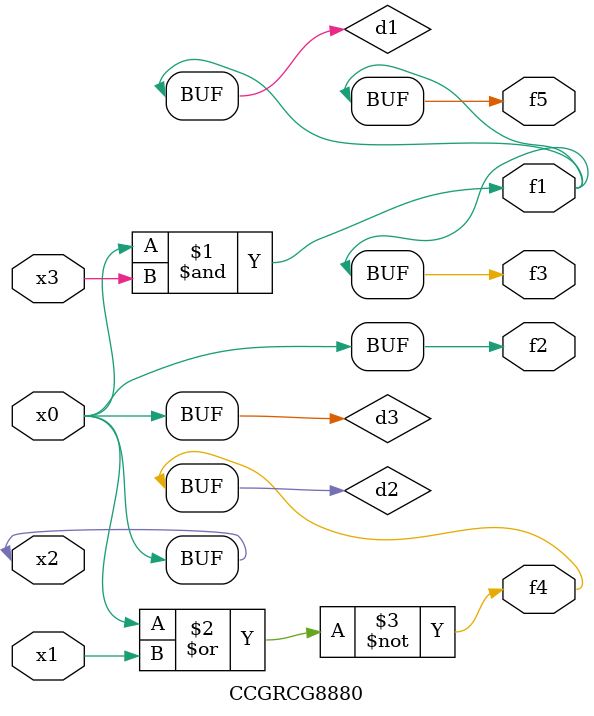
<source format=v>
module CCGRCG8880(
	input x0, x1, x2, x3,
	output f1, f2, f3, f4, f5
);

	wire d1, d2, d3;

	and (d1, x2, x3);
	nor (d2, x0, x1);
	buf (d3, x0, x2);
	assign f1 = d1;
	assign f2 = d3;
	assign f3 = d1;
	assign f4 = d2;
	assign f5 = d1;
endmodule

</source>
